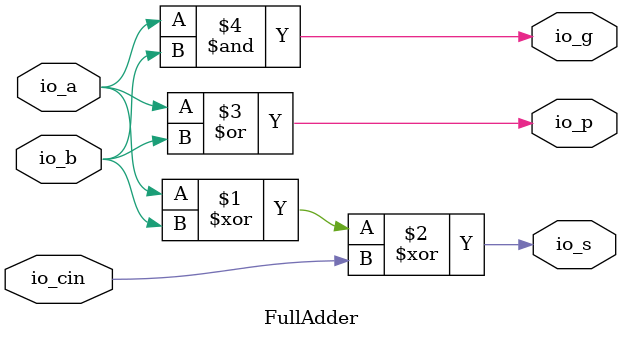
<source format=sv>
`ifndef RANDOMIZE
  `ifdef RANDOMIZE_REG_INIT
    `define RANDOMIZE
  `endif // RANDOMIZE_REG_INIT
`endif // not def RANDOMIZE

`ifndef RANDOM
  `define RANDOM $random
`endif // not def RANDOM

// Users can define INIT_RANDOM as general code that gets injected into the
// initializer block for modules with registers.
`ifndef INIT_RANDOM
  `define INIT_RANDOM
`endif // not def INIT_RANDOM

// If using random initialization, you can also define RANDOMIZE_DELAY to
// customize the delay used, otherwise 0.002 is used.
`ifndef RANDOMIZE_DELAY
  `define RANDOMIZE_DELAY 0.002
`endif // not def RANDOMIZE_DELAY

// Define INIT_RANDOM_PROLOG_ for use in our modules below.
`ifndef INIT_RANDOM_PROLOG_
  `ifdef RANDOMIZE
    `ifdef VERILATOR
      `define INIT_RANDOM_PROLOG_ `INIT_RANDOM
    `else  // VERILATOR
      `define INIT_RANDOM_PROLOG_ `INIT_RANDOM #`RANDOMIZE_DELAY begin end
    `endif // VERILATOR
  `else  // RANDOMIZE
    `define INIT_RANDOM_PROLOG_
  `endif // RANDOMIZE
`endif // not def INIT_RANDOM_PROLOG_

// Include register initializers in init blocks unless synthesis is set
`ifndef SYNTHESIS
  `ifndef ENABLE_INITIAL_REG_
    `define ENABLE_INITIAL_REG_
  `endif // not def ENABLE_INITIAL_REG_
`endif // not def SYNTHESIS

// Include rmemory initializers in init blocks unless synthesis is set
`ifndef SYNTHESIS
  `ifndef ENABLE_INITIAL_MEM_
    `define ENABLE_INITIAL_MEM_
  `endif // not def ENABLE_INITIAL_MEM_
`endif // not def SYNTHESIS

module FullAdder(	// src/main/scala/basemode/BaseALU.scala:7:7
  input  io_a,	// src/main/scala/basemode/BaseALU.scala:8:20
         io_b,	// src/main/scala/basemode/BaseALU.scala:8:20
         io_cin,	// src/main/scala/basemode/BaseALU.scala:8:20
  output io_s,	// src/main/scala/basemode/BaseALU.scala:8:20
         io_p,	// src/main/scala/basemode/BaseALU.scala:8:20
         io_g	// src/main/scala/basemode/BaseALU.scala:8:20
);

  assign io_s = io_a ^ io_b ^ io_cin;	// src/main/scala/basemode/BaseALU.scala:7:7, :17:29
  assign io_p = io_a | io_b;	// src/main/scala/basemode/BaseALU.scala:7:7, :18:22
  assign io_g = io_a & io_b;	// src/main/scala/basemode/BaseALU.scala:7:7, :19:22
endmodule


</source>
